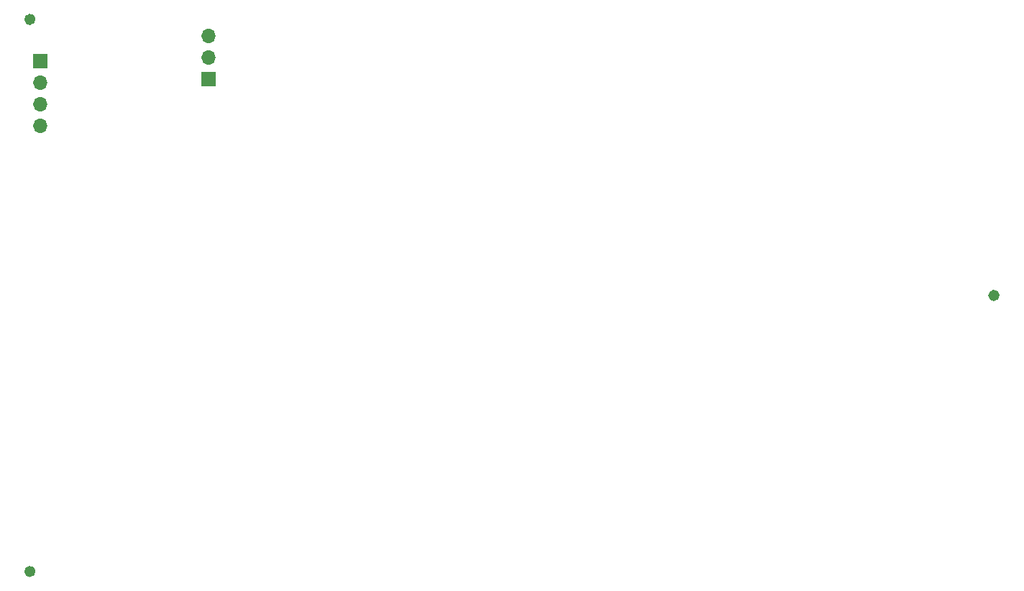
<source format=gbr>
G04 #@! TF.GenerationSoftware,KiCad,Pcbnew,(6.0.6-0)*
G04 #@! TF.CreationDate,2022-08-30T17:18:48-07:00*
G04 #@! TF.ProjectId,RobotDriver,526f626f-7444-4726-9976-65722e6b6963,rev?*
G04 #@! TF.SameCoordinates,Original*
G04 #@! TF.FileFunction,Soldermask,Bot*
G04 #@! TF.FilePolarity,Negative*
%FSLAX46Y46*%
G04 Gerber Fmt 4.6, Leading zero omitted, Abs format (unit mm)*
G04 Created by KiCad (PCBNEW (6.0.6-0)) date 2022-08-30 17:18:48*
%MOMM*%
%LPD*%
G01*
G04 APERTURE LIST*
%ADD10C,0.650000*%
%ADD11C,1.152000*%
%ADD12R,1.700000X1.700000*%
%ADD13O,1.700000X1.700000*%
G04 APERTURE END LIST*
D10*
X100325000Y-52500000D02*
G75*
G03*
X100325000Y-52500000I-325000J0D01*
G01*
X213825000Y-85000000D02*
G75*
G03*
X213825000Y-85000000I-325000J0D01*
G01*
X100325000Y-117500000D02*
G75*
G03*
X100325000Y-117500000I-325000J0D01*
G01*
D11*
X100000000Y-52500000D03*
X213500000Y-85000000D03*
D12*
X101250000Y-57450000D03*
D13*
X101250000Y-59990000D03*
X101250000Y-62530000D03*
X101250000Y-65070000D03*
D11*
X100000000Y-117500000D03*
D12*
X121000000Y-59540000D03*
D13*
X121000000Y-57000000D03*
X121000000Y-54460000D03*
M02*

</source>
